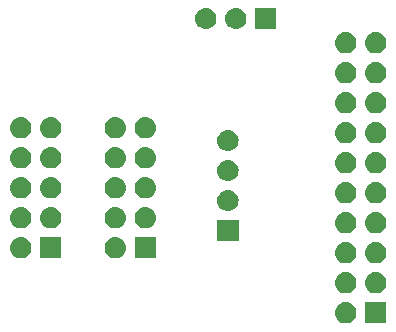
<source format=gbr>
G04 #@! TF.GenerationSoftware,KiCad,Pcbnew,(5.1.4)-1*
G04 #@! TF.CreationDate,2020-02-29T23:53:28+08:00*
G04 #@! TF.ProjectId,adapter_20p,61646170-7465-4725-9f32-30702e6b6963,rev?*
G04 #@! TF.SameCoordinates,Original*
G04 #@! TF.FileFunction,Soldermask,Bot*
G04 #@! TF.FilePolarity,Negative*
%FSLAX46Y46*%
G04 Gerber Fmt 4.6, Leading zero omitted, Abs format (unit mm)*
G04 Created by KiCad (PCBNEW (5.1.4)-1) date 2020-02-29 23:53:28*
%MOMM*%
%LPD*%
G04 APERTURE LIST*
%ADD10C,0.100000*%
G04 APERTURE END LIST*
D10*
G36*
X162414600Y-79414600D02*
G01*
X160585400Y-79414600D01*
X160585400Y-77585400D01*
X162414600Y-77585400D01*
X162414600Y-79414600D01*
X162414600Y-79414600D01*
G37*
G36*
X159139294Y-77598633D02*
G01*
X159311695Y-77650931D01*
X159470583Y-77735858D01*
X159609849Y-77850151D01*
X159724142Y-77989417D01*
X159809069Y-78148305D01*
X159861367Y-78320706D01*
X159879025Y-78500000D01*
X159861367Y-78679294D01*
X159809069Y-78851695D01*
X159724142Y-79010583D01*
X159609849Y-79149849D01*
X159470583Y-79264142D01*
X159311695Y-79349069D01*
X159139294Y-79401367D01*
X159004931Y-79414600D01*
X158915069Y-79414600D01*
X158780706Y-79401367D01*
X158608305Y-79349069D01*
X158449417Y-79264142D01*
X158310151Y-79149849D01*
X158195858Y-79010583D01*
X158110931Y-78851695D01*
X158058633Y-78679294D01*
X158040975Y-78500000D01*
X158058633Y-78320706D01*
X158110931Y-78148305D01*
X158195858Y-77989417D01*
X158310151Y-77850151D01*
X158449417Y-77735858D01*
X158608305Y-77650931D01*
X158780706Y-77598633D01*
X158915069Y-77585400D01*
X159004931Y-77585400D01*
X159139294Y-77598633D01*
X159139294Y-77598633D01*
G37*
G36*
X159139294Y-75058633D02*
G01*
X159311695Y-75110931D01*
X159470583Y-75195858D01*
X159609849Y-75310151D01*
X159724142Y-75449417D01*
X159809069Y-75608305D01*
X159861367Y-75780706D01*
X159879025Y-75960000D01*
X159861367Y-76139294D01*
X159809069Y-76311695D01*
X159724142Y-76470583D01*
X159609849Y-76609849D01*
X159470583Y-76724142D01*
X159311695Y-76809069D01*
X159139294Y-76861367D01*
X159004931Y-76874600D01*
X158915069Y-76874600D01*
X158780706Y-76861367D01*
X158608305Y-76809069D01*
X158449417Y-76724142D01*
X158310151Y-76609849D01*
X158195858Y-76470583D01*
X158110931Y-76311695D01*
X158058633Y-76139294D01*
X158040975Y-75960000D01*
X158058633Y-75780706D01*
X158110931Y-75608305D01*
X158195858Y-75449417D01*
X158310151Y-75310151D01*
X158449417Y-75195858D01*
X158608305Y-75110931D01*
X158780706Y-75058633D01*
X158915069Y-75045400D01*
X159004931Y-75045400D01*
X159139294Y-75058633D01*
X159139294Y-75058633D01*
G37*
G36*
X161679294Y-75058633D02*
G01*
X161851695Y-75110931D01*
X162010583Y-75195858D01*
X162149849Y-75310151D01*
X162264142Y-75449417D01*
X162349069Y-75608305D01*
X162401367Y-75780706D01*
X162419025Y-75960000D01*
X162401367Y-76139294D01*
X162349069Y-76311695D01*
X162264142Y-76470583D01*
X162149849Y-76609849D01*
X162010583Y-76724142D01*
X161851695Y-76809069D01*
X161679294Y-76861367D01*
X161544931Y-76874600D01*
X161455069Y-76874600D01*
X161320706Y-76861367D01*
X161148305Y-76809069D01*
X160989417Y-76724142D01*
X160850151Y-76609849D01*
X160735858Y-76470583D01*
X160650931Y-76311695D01*
X160598633Y-76139294D01*
X160580975Y-75960000D01*
X160598633Y-75780706D01*
X160650931Y-75608305D01*
X160735858Y-75449417D01*
X160850151Y-75310151D01*
X160989417Y-75195858D01*
X161148305Y-75110931D01*
X161320706Y-75058633D01*
X161455069Y-75045400D01*
X161544931Y-75045400D01*
X161679294Y-75058633D01*
X161679294Y-75058633D01*
G37*
G36*
X161679294Y-72518633D02*
G01*
X161851695Y-72570931D01*
X162010583Y-72655858D01*
X162149849Y-72770151D01*
X162264142Y-72909417D01*
X162349069Y-73068305D01*
X162401367Y-73240706D01*
X162419025Y-73420000D01*
X162401367Y-73599294D01*
X162349069Y-73771695D01*
X162264142Y-73930583D01*
X162149849Y-74069849D01*
X162010583Y-74184142D01*
X161851695Y-74269069D01*
X161679294Y-74321367D01*
X161544931Y-74334600D01*
X161455069Y-74334600D01*
X161320706Y-74321367D01*
X161148305Y-74269069D01*
X160989417Y-74184142D01*
X160850151Y-74069849D01*
X160735858Y-73930583D01*
X160650931Y-73771695D01*
X160598633Y-73599294D01*
X160580975Y-73420000D01*
X160598633Y-73240706D01*
X160650931Y-73068305D01*
X160735858Y-72909417D01*
X160850151Y-72770151D01*
X160989417Y-72655858D01*
X161148305Y-72570931D01*
X161320706Y-72518633D01*
X161455069Y-72505400D01*
X161544931Y-72505400D01*
X161679294Y-72518633D01*
X161679294Y-72518633D01*
G37*
G36*
X159139294Y-72518633D02*
G01*
X159311695Y-72570931D01*
X159470583Y-72655858D01*
X159609849Y-72770151D01*
X159724142Y-72909417D01*
X159809069Y-73068305D01*
X159861367Y-73240706D01*
X159879025Y-73420000D01*
X159861367Y-73599294D01*
X159809069Y-73771695D01*
X159724142Y-73930583D01*
X159609849Y-74069849D01*
X159470583Y-74184142D01*
X159311695Y-74269069D01*
X159139294Y-74321367D01*
X159004931Y-74334600D01*
X158915069Y-74334600D01*
X158780706Y-74321367D01*
X158608305Y-74269069D01*
X158449417Y-74184142D01*
X158310151Y-74069849D01*
X158195858Y-73930583D01*
X158110931Y-73771695D01*
X158058633Y-73599294D01*
X158040975Y-73420000D01*
X158058633Y-73240706D01*
X158110931Y-73068305D01*
X158195858Y-72909417D01*
X158310151Y-72770151D01*
X158449417Y-72655858D01*
X158608305Y-72570931D01*
X158780706Y-72518633D01*
X158915069Y-72505400D01*
X159004931Y-72505400D01*
X159139294Y-72518633D01*
X159139294Y-72518633D01*
G37*
G36*
X142901000Y-73901000D02*
G01*
X141099000Y-73901000D01*
X141099000Y-72099000D01*
X142901000Y-72099000D01*
X142901000Y-73901000D01*
X142901000Y-73901000D01*
G37*
G36*
X139570442Y-72105518D02*
G01*
X139636627Y-72112037D01*
X139806466Y-72163557D01*
X139962991Y-72247222D01*
X139998729Y-72276552D01*
X140100186Y-72359814D01*
X140183448Y-72461271D01*
X140212778Y-72497009D01*
X140296443Y-72653534D01*
X140347963Y-72823373D01*
X140365359Y-73000000D01*
X140347963Y-73176627D01*
X140296443Y-73346466D01*
X140212778Y-73502991D01*
X140183448Y-73538729D01*
X140100186Y-73640186D01*
X139998729Y-73723448D01*
X139962991Y-73752778D01*
X139806466Y-73836443D01*
X139636627Y-73887963D01*
X139570443Y-73894481D01*
X139504260Y-73901000D01*
X139415740Y-73901000D01*
X139349557Y-73894481D01*
X139283373Y-73887963D01*
X139113534Y-73836443D01*
X138957009Y-73752778D01*
X138921271Y-73723448D01*
X138819814Y-73640186D01*
X138736552Y-73538729D01*
X138707222Y-73502991D01*
X138623557Y-73346466D01*
X138572037Y-73176627D01*
X138554641Y-73000000D01*
X138572037Y-72823373D01*
X138623557Y-72653534D01*
X138707222Y-72497009D01*
X138736552Y-72461271D01*
X138819814Y-72359814D01*
X138921271Y-72276552D01*
X138957009Y-72247222D01*
X139113534Y-72163557D01*
X139283373Y-72112037D01*
X139349558Y-72105518D01*
X139415740Y-72099000D01*
X139504260Y-72099000D01*
X139570442Y-72105518D01*
X139570442Y-72105518D01*
G37*
G36*
X134901000Y-73901000D02*
G01*
X133099000Y-73901000D01*
X133099000Y-72099000D01*
X134901000Y-72099000D01*
X134901000Y-73901000D01*
X134901000Y-73901000D01*
G37*
G36*
X131570442Y-72105518D02*
G01*
X131636627Y-72112037D01*
X131806466Y-72163557D01*
X131962991Y-72247222D01*
X131998729Y-72276552D01*
X132100186Y-72359814D01*
X132183448Y-72461271D01*
X132212778Y-72497009D01*
X132296443Y-72653534D01*
X132347963Y-72823373D01*
X132365359Y-73000000D01*
X132347963Y-73176627D01*
X132296443Y-73346466D01*
X132212778Y-73502991D01*
X132183448Y-73538729D01*
X132100186Y-73640186D01*
X131998729Y-73723448D01*
X131962991Y-73752778D01*
X131806466Y-73836443D01*
X131636627Y-73887963D01*
X131570443Y-73894481D01*
X131504260Y-73901000D01*
X131415740Y-73901000D01*
X131349557Y-73894481D01*
X131283373Y-73887963D01*
X131113534Y-73836443D01*
X130957009Y-73752778D01*
X130921271Y-73723448D01*
X130819814Y-73640186D01*
X130736552Y-73538729D01*
X130707222Y-73502991D01*
X130623557Y-73346466D01*
X130572037Y-73176627D01*
X130554641Y-73000000D01*
X130572037Y-72823373D01*
X130623557Y-72653534D01*
X130707222Y-72497009D01*
X130736552Y-72461271D01*
X130819814Y-72359814D01*
X130921271Y-72276552D01*
X130957009Y-72247222D01*
X131113534Y-72163557D01*
X131283373Y-72112037D01*
X131349558Y-72105518D01*
X131415740Y-72099000D01*
X131504260Y-72099000D01*
X131570442Y-72105518D01*
X131570442Y-72105518D01*
G37*
G36*
X149901000Y-72441000D02*
G01*
X148099000Y-72441000D01*
X148099000Y-70639000D01*
X149901000Y-70639000D01*
X149901000Y-72441000D01*
X149901000Y-72441000D01*
G37*
G36*
X159139294Y-69978633D02*
G01*
X159311695Y-70030931D01*
X159470583Y-70115858D01*
X159609849Y-70230151D01*
X159724142Y-70369417D01*
X159809069Y-70528305D01*
X159861367Y-70700706D01*
X159879025Y-70880000D01*
X159861367Y-71059294D01*
X159809069Y-71231695D01*
X159724142Y-71390583D01*
X159609849Y-71529849D01*
X159470583Y-71644142D01*
X159311695Y-71729069D01*
X159139294Y-71781367D01*
X159004931Y-71794600D01*
X158915069Y-71794600D01*
X158780706Y-71781367D01*
X158608305Y-71729069D01*
X158449417Y-71644142D01*
X158310151Y-71529849D01*
X158195858Y-71390583D01*
X158110931Y-71231695D01*
X158058633Y-71059294D01*
X158040975Y-70880000D01*
X158058633Y-70700706D01*
X158110931Y-70528305D01*
X158195858Y-70369417D01*
X158310151Y-70230151D01*
X158449417Y-70115858D01*
X158608305Y-70030931D01*
X158780706Y-69978633D01*
X158915069Y-69965400D01*
X159004931Y-69965400D01*
X159139294Y-69978633D01*
X159139294Y-69978633D01*
G37*
G36*
X161679294Y-69978633D02*
G01*
X161851695Y-70030931D01*
X162010583Y-70115858D01*
X162149849Y-70230151D01*
X162264142Y-70369417D01*
X162349069Y-70528305D01*
X162401367Y-70700706D01*
X162419025Y-70880000D01*
X162401367Y-71059294D01*
X162349069Y-71231695D01*
X162264142Y-71390583D01*
X162149849Y-71529849D01*
X162010583Y-71644142D01*
X161851695Y-71729069D01*
X161679294Y-71781367D01*
X161544931Y-71794600D01*
X161455069Y-71794600D01*
X161320706Y-71781367D01*
X161148305Y-71729069D01*
X160989417Y-71644142D01*
X160850151Y-71529849D01*
X160735858Y-71390583D01*
X160650931Y-71231695D01*
X160598633Y-71059294D01*
X160580975Y-70880000D01*
X160598633Y-70700706D01*
X160650931Y-70528305D01*
X160735858Y-70369417D01*
X160850151Y-70230151D01*
X160989417Y-70115858D01*
X161148305Y-70030931D01*
X161320706Y-69978633D01*
X161455069Y-69965400D01*
X161544931Y-69965400D01*
X161679294Y-69978633D01*
X161679294Y-69978633D01*
G37*
G36*
X142110443Y-69565519D02*
G01*
X142176627Y-69572037D01*
X142346466Y-69623557D01*
X142346468Y-69623558D01*
X142424729Y-69665390D01*
X142502991Y-69707222D01*
X142538729Y-69736552D01*
X142640186Y-69819814D01*
X142723448Y-69921271D01*
X142752778Y-69957009D01*
X142836443Y-70113534D01*
X142887963Y-70283373D01*
X142905359Y-70460000D01*
X142887963Y-70636627D01*
X142836443Y-70806466D01*
X142752778Y-70962991D01*
X142723448Y-70998729D01*
X142640186Y-71100186D01*
X142538729Y-71183448D01*
X142502991Y-71212778D01*
X142346466Y-71296443D01*
X142176627Y-71347963D01*
X142110443Y-71354481D01*
X142044260Y-71361000D01*
X141955740Y-71361000D01*
X141889557Y-71354481D01*
X141823373Y-71347963D01*
X141653534Y-71296443D01*
X141497009Y-71212778D01*
X141461271Y-71183448D01*
X141359814Y-71100186D01*
X141276552Y-70998729D01*
X141247222Y-70962991D01*
X141163557Y-70806466D01*
X141112037Y-70636627D01*
X141094641Y-70460000D01*
X141112037Y-70283373D01*
X141163557Y-70113534D01*
X141247222Y-69957009D01*
X141276552Y-69921271D01*
X141359814Y-69819814D01*
X141461271Y-69736552D01*
X141497009Y-69707222D01*
X141575271Y-69665390D01*
X141653532Y-69623558D01*
X141653534Y-69623557D01*
X141823373Y-69572037D01*
X141889557Y-69565519D01*
X141955740Y-69559000D01*
X142044260Y-69559000D01*
X142110443Y-69565519D01*
X142110443Y-69565519D01*
G37*
G36*
X139570443Y-69565519D02*
G01*
X139636627Y-69572037D01*
X139806466Y-69623557D01*
X139806468Y-69623558D01*
X139884729Y-69665390D01*
X139962991Y-69707222D01*
X139998729Y-69736552D01*
X140100186Y-69819814D01*
X140183448Y-69921271D01*
X140212778Y-69957009D01*
X140296443Y-70113534D01*
X140347963Y-70283373D01*
X140365359Y-70460000D01*
X140347963Y-70636627D01*
X140296443Y-70806466D01*
X140212778Y-70962991D01*
X140183448Y-70998729D01*
X140100186Y-71100186D01*
X139998729Y-71183448D01*
X139962991Y-71212778D01*
X139806466Y-71296443D01*
X139636627Y-71347963D01*
X139570443Y-71354481D01*
X139504260Y-71361000D01*
X139415740Y-71361000D01*
X139349557Y-71354481D01*
X139283373Y-71347963D01*
X139113534Y-71296443D01*
X138957009Y-71212778D01*
X138921271Y-71183448D01*
X138819814Y-71100186D01*
X138736552Y-70998729D01*
X138707222Y-70962991D01*
X138623557Y-70806466D01*
X138572037Y-70636627D01*
X138554641Y-70460000D01*
X138572037Y-70283373D01*
X138623557Y-70113534D01*
X138707222Y-69957009D01*
X138736552Y-69921271D01*
X138819814Y-69819814D01*
X138921271Y-69736552D01*
X138957009Y-69707222D01*
X139035271Y-69665390D01*
X139113532Y-69623558D01*
X139113534Y-69623557D01*
X139283373Y-69572037D01*
X139349557Y-69565519D01*
X139415740Y-69559000D01*
X139504260Y-69559000D01*
X139570443Y-69565519D01*
X139570443Y-69565519D01*
G37*
G36*
X134110443Y-69565519D02*
G01*
X134176627Y-69572037D01*
X134346466Y-69623557D01*
X134346468Y-69623558D01*
X134424729Y-69665390D01*
X134502991Y-69707222D01*
X134538729Y-69736552D01*
X134640186Y-69819814D01*
X134723448Y-69921271D01*
X134752778Y-69957009D01*
X134836443Y-70113534D01*
X134887963Y-70283373D01*
X134905359Y-70460000D01*
X134887963Y-70636627D01*
X134836443Y-70806466D01*
X134752778Y-70962991D01*
X134723448Y-70998729D01*
X134640186Y-71100186D01*
X134538729Y-71183448D01*
X134502991Y-71212778D01*
X134346466Y-71296443D01*
X134176627Y-71347963D01*
X134110443Y-71354481D01*
X134044260Y-71361000D01*
X133955740Y-71361000D01*
X133889557Y-71354481D01*
X133823373Y-71347963D01*
X133653534Y-71296443D01*
X133497009Y-71212778D01*
X133461271Y-71183448D01*
X133359814Y-71100186D01*
X133276552Y-70998729D01*
X133247222Y-70962991D01*
X133163557Y-70806466D01*
X133112037Y-70636627D01*
X133094641Y-70460000D01*
X133112037Y-70283373D01*
X133163557Y-70113534D01*
X133247222Y-69957009D01*
X133276552Y-69921271D01*
X133359814Y-69819814D01*
X133461271Y-69736552D01*
X133497009Y-69707222D01*
X133575271Y-69665390D01*
X133653532Y-69623558D01*
X133653534Y-69623557D01*
X133823373Y-69572037D01*
X133889557Y-69565519D01*
X133955740Y-69559000D01*
X134044260Y-69559000D01*
X134110443Y-69565519D01*
X134110443Y-69565519D01*
G37*
G36*
X131570443Y-69565519D02*
G01*
X131636627Y-69572037D01*
X131806466Y-69623557D01*
X131806468Y-69623558D01*
X131884729Y-69665390D01*
X131962991Y-69707222D01*
X131998729Y-69736552D01*
X132100186Y-69819814D01*
X132183448Y-69921271D01*
X132212778Y-69957009D01*
X132296443Y-70113534D01*
X132347963Y-70283373D01*
X132365359Y-70460000D01*
X132347963Y-70636627D01*
X132296443Y-70806466D01*
X132212778Y-70962991D01*
X132183448Y-70998729D01*
X132100186Y-71100186D01*
X131998729Y-71183448D01*
X131962991Y-71212778D01*
X131806466Y-71296443D01*
X131636627Y-71347963D01*
X131570443Y-71354481D01*
X131504260Y-71361000D01*
X131415740Y-71361000D01*
X131349557Y-71354481D01*
X131283373Y-71347963D01*
X131113534Y-71296443D01*
X130957009Y-71212778D01*
X130921271Y-71183448D01*
X130819814Y-71100186D01*
X130736552Y-70998729D01*
X130707222Y-70962991D01*
X130623557Y-70806466D01*
X130572037Y-70636627D01*
X130554641Y-70460000D01*
X130572037Y-70283373D01*
X130623557Y-70113534D01*
X130707222Y-69957009D01*
X130736552Y-69921271D01*
X130819814Y-69819814D01*
X130921271Y-69736552D01*
X130957009Y-69707222D01*
X131035271Y-69665390D01*
X131113532Y-69623558D01*
X131113534Y-69623557D01*
X131283373Y-69572037D01*
X131349557Y-69565519D01*
X131415740Y-69559000D01*
X131504260Y-69559000D01*
X131570443Y-69565519D01*
X131570443Y-69565519D01*
G37*
G36*
X149110443Y-68105519D02*
G01*
X149176627Y-68112037D01*
X149346466Y-68163557D01*
X149502991Y-68247222D01*
X149526442Y-68266468D01*
X149640186Y-68359814D01*
X149692033Y-68422991D01*
X149752778Y-68497009D01*
X149836443Y-68653534D01*
X149887963Y-68823373D01*
X149905359Y-69000000D01*
X149887963Y-69176627D01*
X149836443Y-69346466D01*
X149752778Y-69502991D01*
X149723448Y-69538729D01*
X149640186Y-69640186D01*
X149558502Y-69707221D01*
X149502991Y-69752778D01*
X149502989Y-69752779D01*
X149377577Y-69819814D01*
X149346466Y-69836443D01*
X149176627Y-69887963D01*
X149110443Y-69894481D01*
X149044260Y-69901000D01*
X148955740Y-69901000D01*
X148889557Y-69894481D01*
X148823373Y-69887963D01*
X148653534Y-69836443D01*
X148622424Y-69819814D01*
X148497011Y-69752779D01*
X148497009Y-69752778D01*
X148441498Y-69707221D01*
X148359814Y-69640186D01*
X148276552Y-69538729D01*
X148247222Y-69502991D01*
X148163557Y-69346466D01*
X148112037Y-69176627D01*
X148094641Y-69000000D01*
X148112037Y-68823373D01*
X148163557Y-68653534D01*
X148247222Y-68497009D01*
X148307967Y-68422991D01*
X148359814Y-68359814D01*
X148473558Y-68266468D01*
X148497009Y-68247222D01*
X148653534Y-68163557D01*
X148823373Y-68112037D01*
X148889557Y-68105519D01*
X148955740Y-68099000D01*
X149044260Y-68099000D01*
X149110443Y-68105519D01*
X149110443Y-68105519D01*
G37*
G36*
X161679294Y-67438633D02*
G01*
X161851695Y-67490931D01*
X162010583Y-67575858D01*
X162149849Y-67690151D01*
X162264142Y-67829417D01*
X162349069Y-67988305D01*
X162401367Y-68160706D01*
X162419025Y-68340000D01*
X162401367Y-68519294D01*
X162349069Y-68691695D01*
X162264142Y-68850583D01*
X162149849Y-68989849D01*
X162010583Y-69104142D01*
X161851695Y-69189069D01*
X161679294Y-69241367D01*
X161544931Y-69254600D01*
X161455069Y-69254600D01*
X161320706Y-69241367D01*
X161148305Y-69189069D01*
X160989417Y-69104142D01*
X160850151Y-68989849D01*
X160735858Y-68850583D01*
X160650931Y-68691695D01*
X160598633Y-68519294D01*
X160580975Y-68340000D01*
X160598633Y-68160706D01*
X160650931Y-67988305D01*
X160735858Y-67829417D01*
X160850151Y-67690151D01*
X160989417Y-67575858D01*
X161148305Y-67490931D01*
X161320706Y-67438633D01*
X161455069Y-67425400D01*
X161544931Y-67425400D01*
X161679294Y-67438633D01*
X161679294Y-67438633D01*
G37*
G36*
X159139294Y-67438633D02*
G01*
X159311695Y-67490931D01*
X159470583Y-67575858D01*
X159609849Y-67690151D01*
X159724142Y-67829417D01*
X159809069Y-67988305D01*
X159861367Y-68160706D01*
X159879025Y-68340000D01*
X159861367Y-68519294D01*
X159809069Y-68691695D01*
X159724142Y-68850583D01*
X159609849Y-68989849D01*
X159470583Y-69104142D01*
X159311695Y-69189069D01*
X159139294Y-69241367D01*
X159004931Y-69254600D01*
X158915069Y-69254600D01*
X158780706Y-69241367D01*
X158608305Y-69189069D01*
X158449417Y-69104142D01*
X158310151Y-68989849D01*
X158195858Y-68850583D01*
X158110931Y-68691695D01*
X158058633Y-68519294D01*
X158040975Y-68340000D01*
X158058633Y-68160706D01*
X158110931Y-67988305D01*
X158195858Y-67829417D01*
X158310151Y-67690151D01*
X158449417Y-67575858D01*
X158608305Y-67490931D01*
X158780706Y-67438633D01*
X158915069Y-67425400D01*
X159004931Y-67425400D01*
X159139294Y-67438633D01*
X159139294Y-67438633D01*
G37*
G36*
X139570443Y-67025519D02*
G01*
X139636627Y-67032037D01*
X139806466Y-67083557D01*
X139806468Y-67083558D01*
X139884728Y-67125389D01*
X139962991Y-67167222D01*
X139998729Y-67196552D01*
X140100186Y-67279814D01*
X140183448Y-67381271D01*
X140212778Y-67417009D01*
X140296443Y-67573534D01*
X140347963Y-67743373D01*
X140365359Y-67920000D01*
X140347963Y-68096627D01*
X140296443Y-68266466D01*
X140212778Y-68422991D01*
X140183448Y-68458729D01*
X140100186Y-68560186D01*
X139998729Y-68643448D01*
X139962991Y-68672778D01*
X139806466Y-68756443D01*
X139636627Y-68807963D01*
X139570442Y-68814482D01*
X139504260Y-68821000D01*
X139415740Y-68821000D01*
X139349558Y-68814482D01*
X139283373Y-68807963D01*
X139113534Y-68756443D01*
X138957009Y-68672778D01*
X138921271Y-68643448D01*
X138819814Y-68560186D01*
X138736552Y-68458729D01*
X138707222Y-68422991D01*
X138623557Y-68266466D01*
X138572037Y-68096627D01*
X138554641Y-67920000D01*
X138572037Y-67743373D01*
X138623557Y-67573534D01*
X138707222Y-67417009D01*
X138736552Y-67381271D01*
X138819814Y-67279814D01*
X138921271Y-67196552D01*
X138957009Y-67167222D01*
X139035272Y-67125389D01*
X139113532Y-67083558D01*
X139113534Y-67083557D01*
X139283373Y-67032037D01*
X139349557Y-67025519D01*
X139415740Y-67019000D01*
X139504260Y-67019000D01*
X139570443Y-67025519D01*
X139570443Y-67025519D01*
G37*
G36*
X131570443Y-67025519D02*
G01*
X131636627Y-67032037D01*
X131806466Y-67083557D01*
X131806468Y-67083558D01*
X131884728Y-67125389D01*
X131962991Y-67167222D01*
X131998729Y-67196552D01*
X132100186Y-67279814D01*
X132183448Y-67381271D01*
X132212778Y-67417009D01*
X132296443Y-67573534D01*
X132347963Y-67743373D01*
X132365359Y-67920000D01*
X132347963Y-68096627D01*
X132296443Y-68266466D01*
X132212778Y-68422991D01*
X132183448Y-68458729D01*
X132100186Y-68560186D01*
X131998729Y-68643448D01*
X131962991Y-68672778D01*
X131806466Y-68756443D01*
X131636627Y-68807963D01*
X131570442Y-68814482D01*
X131504260Y-68821000D01*
X131415740Y-68821000D01*
X131349558Y-68814482D01*
X131283373Y-68807963D01*
X131113534Y-68756443D01*
X130957009Y-68672778D01*
X130921271Y-68643448D01*
X130819814Y-68560186D01*
X130736552Y-68458729D01*
X130707222Y-68422991D01*
X130623557Y-68266466D01*
X130572037Y-68096627D01*
X130554641Y-67920000D01*
X130572037Y-67743373D01*
X130623557Y-67573534D01*
X130707222Y-67417009D01*
X130736552Y-67381271D01*
X130819814Y-67279814D01*
X130921271Y-67196552D01*
X130957009Y-67167222D01*
X131035272Y-67125389D01*
X131113532Y-67083558D01*
X131113534Y-67083557D01*
X131283373Y-67032037D01*
X131349557Y-67025519D01*
X131415740Y-67019000D01*
X131504260Y-67019000D01*
X131570443Y-67025519D01*
X131570443Y-67025519D01*
G37*
G36*
X142110443Y-67025519D02*
G01*
X142176627Y-67032037D01*
X142346466Y-67083557D01*
X142346468Y-67083558D01*
X142424728Y-67125389D01*
X142502991Y-67167222D01*
X142538729Y-67196552D01*
X142640186Y-67279814D01*
X142723448Y-67381271D01*
X142752778Y-67417009D01*
X142836443Y-67573534D01*
X142887963Y-67743373D01*
X142905359Y-67920000D01*
X142887963Y-68096627D01*
X142836443Y-68266466D01*
X142752778Y-68422991D01*
X142723448Y-68458729D01*
X142640186Y-68560186D01*
X142538729Y-68643448D01*
X142502991Y-68672778D01*
X142346466Y-68756443D01*
X142176627Y-68807963D01*
X142110442Y-68814482D01*
X142044260Y-68821000D01*
X141955740Y-68821000D01*
X141889558Y-68814482D01*
X141823373Y-68807963D01*
X141653534Y-68756443D01*
X141497009Y-68672778D01*
X141461271Y-68643448D01*
X141359814Y-68560186D01*
X141276552Y-68458729D01*
X141247222Y-68422991D01*
X141163557Y-68266466D01*
X141112037Y-68096627D01*
X141094641Y-67920000D01*
X141112037Y-67743373D01*
X141163557Y-67573534D01*
X141247222Y-67417009D01*
X141276552Y-67381271D01*
X141359814Y-67279814D01*
X141461271Y-67196552D01*
X141497009Y-67167222D01*
X141575272Y-67125389D01*
X141653532Y-67083558D01*
X141653534Y-67083557D01*
X141823373Y-67032037D01*
X141889557Y-67025519D01*
X141955740Y-67019000D01*
X142044260Y-67019000D01*
X142110443Y-67025519D01*
X142110443Y-67025519D01*
G37*
G36*
X134110443Y-67025519D02*
G01*
X134176627Y-67032037D01*
X134346466Y-67083557D01*
X134346468Y-67083558D01*
X134424728Y-67125389D01*
X134502991Y-67167222D01*
X134538729Y-67196552D01*
X134640186Y-67279814D01*
X134723448Y-67381271D01*
X134752778Y-67417009D01*
X134836443Y-67573534D01*
X134887963Y-67743373D01*
X134905359Y-67920000D01*
X134887963Y-68096627D01*
X134836443Y-68266466D01*
X134752778Y-68422991D01*
X134723448Y-68458729D01*
X134640186Y-68560186D01*
X134538729Y-68643448D01*
X134502991Y-68672778D01*
X134346466Y-68756443D01*
X134176627Y-68807963D01*
X134110442Y-68814482D01*
X134044260Y-68821000D01*
X133955740Y-68821000D01*
X133889558Y-68814482D01*
X133823373Y-68807963D01*
X133653534Y-68756443D01*
X133497009Y-68672778D01*
X133461271Y-68643448D01*
X133359814Y-68560186D01*
X133276552Y-68458729D01*
X133247222Y-68422991D01*
X133163557Y-68266466D01*
X133112037Y-68096627D01*
X133094641Y-67920000D01*
X133112037Y-67743373D01*
X133163557Y-67573534D01*
X133247222Y-67417009D01*
X133276552Y-67381271D01*
X133359814Y-67279814D01*
X133461271Y-67196552D01*
X133497009Y-67167222D01*
X133575272Y-67125389D01*
X133653532Y-67083558D01*
X133653534Y-67083557D01*
X133823373Y-67032037D01*
X133889557Y-67025519D01*
X133955740Y-67019000D01*
X134044260Y-67019000D01*
X134110443Y-67025519D01*
X134110443Y-67025519D01*
G37*
G36*
X149110443Y-65565519D02*
G01*
X149176627Y-65572037D01*
X149346466Y-65623557D01*
X149502991Y-65707222D01*
X149526442Y-65726468D01*
X149640186Y-65819814D01*
X149692033Y-65882991D01*
X149752778Y-65957009D01*
X149836443Y-66113534D01*
X149887963Y-66283373D01*
X149905359Y-66460000D01*
X149887963Y-66636627D01*
X149836443Y-66806466D01*
X149752778Y-66962991D01*
X149723448Y-66998729D01*
X149640186Y-67100186D01*
X149558502Y-67167221D01*
X149502991Y-67212778D01*
X149502989Y-67212779D01*
X149377577Y-67279814D01*
X149346466Y-67296443D01*
X149176627Y-67347963D01*
X149110442Y-67354482D01*
X149044260Y-67361000D01*
X148955740Y-67361000D01*
X148889558Y-67354482D01*
X148823373Y-67347963D01*
X148653534Y-67296443D01*
X148622424Y-67279814D01*
X148497011Y-67212779D01*
X148497009Y-67212778D01*
X148441498Y-67167221D01*
X148359814Y-67100186D01*
X148276552Y-66998729D01*
X148247222Y-66962991D01*
X148163557Y-66806466D01*
X148112037Y-66636627D01*
X148094641Y-66460000D01*
X148112037Y-66283373D01*
X148163557Y-66113534D01*
X148247222Y-65957009D01*
X148307967Y-65882991D01*
X148359814Y-65819814D01*
X148473558Y-65726468D01*
X148497009Y-65707222D01*
X148653534Y-65623557D01*
X148823373Y-65572037D01*
X148889557Y-65565519D01*
X148955740Y-65559000D01*
X149044260Y-65559000D01*
X149110443Y-65565519D01*
X149110443Y-65565519D01*
G37*
G36*
X159139294Y-64898633D02*
G01*
X159311695Y-64950931D01*
X159470583Y-65035858D01*
X159609849Y-65150151D01*
X159724142Y-65289417D01*
X159809069Y-65448305D01*
X159861367Y-65620706D01*
X159879025Y-65800000D01*
X159861367Y-65979294D01*
X159809069Y-66151695D01*
X159724142Y-66310583D01*
X159609849Y-66449849D01*
X159470583Y-66564142D01*
X159311695Y-66649069D01*
X159139294Y-66701367D01*
X159004931Y-66714600D01*
X158915069Y-66714600D01*
X158780706Y-66701367D01*
X158608305Y-66649069D01*
X158449417Y-66564142D01*
X158310151Y-66449849D01*
X158195858Y-66310583D01*
X158110931Y-66151695D01*
X158058633Y-65979294D01*
X158040975Y-65800000D01*
X158058633Y-65620706D01*
X158110931Y-65448305D01*
X158195858Y-65289417D01*
X158310151Y-65150151D01*
X158449417Y-65035858D01*
X158608305Y-64950931D01*
X158780706Y-64898633D01*
X158915069Y-64885400D01*
X159004931Y-64885400D01*
X159139294Y-64898633D01*
X159139294Y-64898633D01*
G37*
G36*
X161679294Y-64898633D02*
G01*
X161851695Y-64950931D01*
X162010583Y-65035858D01*
X162149849Y-65150151D01*
X162264142Y-65289417D01*
X162349069Y-65448305D01*
X162401367Y-65620706D01*
X162419025Y-65800000D01*
X162401367Y-65979294D01*
X162349069Y-66151695D01*
X162264142Y-66310583D01*
X162149849Y-66449849D01*
X162010583Y-66564142D01*
X161851695Y-66649069D01*
X161679294Y-66701367D01*
X161544931Y-66714600D01*
X161455069Y-66714600D01*
X161320706Y-66701367D01*
X161148305Y-66649069D01*
X160989417Y-66564142D01*
X160850151Y-66449849D01*
X160735858Y-66310583D01*
X160650931Y-66151695D01*
X160598633Y-65979294D01*
X160580975Y-65800000D01*
X160598633Y-65620706D01*
X160650931Y-65448305D01*
X160735858Y-65289417D01*
X160850151Y-65150151D01*
X160989417Y-65035858D01*
X161148305Y-64950931D01*
X161320706Y-64898633D01*
X161455069Y-64885400D01*
X161544931Y-64885400D01*
X161679294Y-64898633D01*
X161679294Y-64898633D01*
G37*
G36*
X134110442Y-64485518D02*
G01*
X134176627Y-64492037D01*
X134346466Y-64543557D01*
X134346468Y-64543558D01*
X134424729Y-64585390D01*
X134502991Y-64627222D01*
X134538729Y-64656552D01*
X134640186Y-64739814D01*
X134723448Y-64841271D01*
X134752778Y-64877009D01*
X134836443Y-65033534D01*
X134887963Y-65203373D01*
X134905359Y-65380000D01*
X134887963Y-65556627D01*
X134836443Y-65726466D01*
X134752778Y-65882991D01*
X134723448Y-65918729D01*
X134640186Y-66020186D01*
X134538729Y-66103448D01*
X134502991Y-66132778D01*
X134346466Y-66216443D01*
X134176627Y-66267963D01*
X134110443Y-66274481D01*
X134044260Y-66281000D01*
X133955740Y-66281000D01*
X133889557Y-66274481D01*
X133823373Y-66267963D01*
X133653534Y-66216443D01*
X133497009Y-66132778D01*
X133461271Y-66103448D01*
X133359814Y-66020186D01*
X133276552Y-65918729D01*
X133247222Y-65882991D01*
X133163557Y-65726466D01*
X133112037Y-65556627D01*
X133094641Y-65380000D01*
X133112037Y-65203373D01*
X133163557Y-65033534D01*
X133247222Y-64877009D01*
X133276552Y-64841271D01*
X133359814Y-64739814D01*
X133461271Y-64656552D01*
X133497009Y-64627222D01*
X133575272Y-64585389D01*
X133653532Y-64543558D01*
X133653534Y-64543557D01*
X133823373Y-64492037D01*
X133889558Y-64485518D01*
X133955740Y-64479000D01*
X134044260Y-64479000D01*
X134110442Y-64485518D01*
X134110442Y-64485518D01*
G37*
G36*
X131570442Y-64485518D02*
G01*
X131636627Y-64492037D01*
X131806466Y-64543557D01*
X131806468Y-64543558D01*
X131884729Y-64585390D01*
X131962991Y-64627222D01*
X131998729Y-64656552D01*
X132100186Y-64739814D01*
X132183448Y-64841271D01*
X132212778Y-64877009D01*
X132296443Y-65033534D01*
X132347963Y-65203373D01*
X132365359Y-65380000D01*
X132347963Y-65556627D01*
X132296443Y-65726466D01*
X132212778Y-65882991D01*
X132183448Y-65918729D01*
X132100186Y-66020186D01*
X131998729Y-66103448D01*
X131962991Y-66132778D01*
X131806466Y-66216443D01*
X131636627Y-66267963D01*
X131570443Y-66274481D01*
X131504260Y-66281000D01*
X131415740Y-66281000D01*
X131349557Y-66274481D01*
X131283373Y-66267963D01*
X131113534Y-66216443D01*
X130957009Y-66132778D01*
X130921271Y-66103448D01*
X130819814Y-66020186D01*
X130736552Y-65918729D01*
X130707222Y-65882991D01*
X130623557Y-65726466D01*
X130572037Y-65556627D01*
X130554641Y-65380000D01*
X130572037Y-65203373D01*
X130623557Y-65033534D01*
X130707222Y-64877009D01*
X130736552Y-64841271D01*
X130819814Y-64739814D01*
X130921271Y-64656552D01*
X130957009Y-64627222D01*
X131035272Y-64585389D01*
X131113532Y-64543558D01*
X131113534Y-64543557D01*
X131283373Y-64492037D01*
X131349558Y-64485518D01*
X131415740Y-64479000D01*
X131504260Y-64479000D01*
X131570442Y-64485518D01*
X131570442Y-64485518D01*
G37*
G36*
X142110442Y-64485518D02*
G01*
X142176627Y-64492037D01*
X142346466Y-64543557D01*
X142346468Y-64543558D01*
X142424729Y-64585390D01*
X142502991Y-64627222D01*
X142538729Y-64656552D01*
X142640186Y-64739814D01*
X142723448Y-64841271D01*
X142752778Y-64877009D01*
X142836443Y-65033534D01*
X142887963Y-65203373D01*
X142905359Y-65380000D01*
X142887963Y-65556627D01*
X142836443Y-65726466D01*
X142752778Y-65882991D01*
X142723448Y-65918729D01*
X142640186Y-66020186D01*
X142538729Y-66103448D01*
X142502991Y-66132778D01*
X142346466Y-66216443D01*
X142176627Y-66267963D01*
X142110443Y-66274481D01*
X142044260Y-66281000D01*
X141955740Y-66281000D01*
X141889557Y-66274481D01*
X141823373Y-66267963D01*
X141653534Y-66216443D01*
X141497009Y-66132778D01*
X141461271Y-66103448D01*
X141359814Y-66020186D01*
X141276552Y-65918729D01*
X141247222Y-65882991D01*
X141163557Y-65726466D01*
X141112037Y-65556627D01*
X141094641Y-65380000D01*
X141112037Y-65203373D01*
X141163557Y-65033534D01*
X141247222Y-64877009D01*
X141276552Y-64841271D01*
X141359814Y-64739814D01*
X141461271Y-64656552D01*
X141497009Y-64627222D01*
X141575272Y-64585389D01*
X141653532Y-64543558D01*
X141653534Y-64543557D01*
X141823373Y-64492037D01*
X141889558Y-64485518D01*
X141955740Y-64479000D01*
X142044260Y-64479000D01*
X142110442Y-64485518D01*
X142110442Y-64485518D01*
G37*
G36*
X139570442Y-64485518D02*
G01*
X139636627Y-64492037D01*
X139806466Y-64543557D01*
X139806468Y-64543558D01*
X139884729Y-64585390D01*
X139962991Y-64627222D01*
X139998729Y-64656552D01*
X140100186Y-64739814D01*
X140183448Y-64841271D01*
X140212778Y-64877009D01*
X140296443Y-65033534D01*
X140347963Y-65203373D01*
X140365359Y-65380000D01*
X140347963Y-65556627D01*
X140296443Y-65726466D01*
X140212778Y-65882991D01*
X140183448Y-65918729D01*
X140100186Y-66020186D01*
X139998729Y-66103448D01*
X139962991Y-66132778D01*
X139806466Y-66216443D01*
X139636627Y-66267963D01*
X139570443Y-66274481D01*
X139504260Y-66281000D01*
X139415740Y-66281000D01*
X139349557Y-66274481D01*
X139283373Y-66267963D01*
X139113534Y-66216443D01*
X138957009Y-66132778D01*
X138921271Y-66103448D01*
X138819814Y-66020186D01*
X138736552Y-65918729D01*
X138707222Y-65882991D01*
X138623557Y-65726466D01*
X138572037Y-65556627D01*
X138554641Y-65380000D01*
X138572037Y-65203373D01*
X138623557Y-65033534D01*
X138707222Y-64877009D01*
X138736552Y-64841271D01*
X138819814Y-64739814D01*
X138921271Y-64656552D01*
X138957009Y-64627222D01*
X139035272Y-64585389D01*
X139113532Y-64543558D01*
X139113534Y-64543557D01*
X139283373Y-64492037D01*
X139349558Y-64485518D01*
X139415740Y-64479000D01*
X139504260Y-64479000D01*
X139570442Y-64485518D01*
X139570442Y-64485518D01*
G37*
G36*
X149110442Y-63025518D02*
G01*
X149176627Y-63032037D01*
X149346466Y-63083557D01*
X149502991Y-63167222D01*
X149526442Y-63186468D01*
X149640186Y-63279814D01*
X149692033Y-63342991D01*
X149752778Y-63417009D01*
X149836443Y-63573534D01*
X149887963Y-63743373D01*
X149905359Y-63920000D01*
X149887963Y-64096627D01*
X149836443Y-64266466D01*
X149752778Y-64422991D01*
X149723448Y-64458729D01*
X149640186Y-64560186D01*
X149558502Y-64627221D01*
X149502991Y-64672778D01*
X149502989Y-64672779D01*
X149377577Y-64739814D01*
X149346466Y-64756443D01*
X149176627Y-64807963D01*
X149110443Y-64814481D01*
X149044260Y-64821000D01*
X148955740Y-64821000D01*
X148889557Y-64814481D01*
X148823373Y-64807963D01*
X148653534Y-64756443D01*
X148622424Y-64739814D01*
X148497011Y-64672779D01*
X148497009Y-64672778D01*
X148441498Y-64627221D01*
X148359814Y-64560186D01*
X148276552Y-64458729D01*
X148247222Y-64422991D01*
X148163557Y-64266466D01*
X148112037Y-64096627D01*
X148094641Y-63920000D01*
X148112037Y-63743373D01*
X148163557Y-63573534D01*
X148247222Y-63417009D01*
X148307967Y-63342991D01*
X148359814Y-63279814D01*
X148473558Y-63186468D01*
X148497009Y-63167222D01*
X148653534Y-63083557D01*
X148823373Y-63032037D01*
X148889558Y-63025518D01*
X148955740Y-63019000D01*
X149044260Y-63019000D01*
X149110442Y-63025518D01*
X149110442Y-63025518D01*
G37*
G36*
X159139294Y-62358633D02*
G01*
X159311695Y-62410931D01*
X159470583Y-62495858D01*
X159609849Y-62610151D01*
X159724142Y-62749417D01*
X159809069Y-62908305D01*
X159861367Y-63080706D01*
X159879025Y-63260000D01*
X159861367Y-63439294D01*
X159809069Y-63611695D01*
X159724142Y-63770583D01*
X159609849Y-63909849D01*
X159470583Y-64024142D01*
X159311695Y-64109069D01*
X159139294Y-64161367D01*
X159004931Y-64174600D01*
X158915069Y-64174600D01*
X158780706Y-64161367D01*
X158608305Y-64109069D01*
X158449417Y-64024142D01*
X158310151Y-63909849D01*
X158195858Y-63770583D01*
X158110931Y-63611695D01*
X158058633Y-63439294D01*
X158040975Y-63260000D01*
X158058633Y-63080706D01*
X158110931Y-62908305D01*
X158195858Y-62749417D01*
X158310151Y-62610151D01*
X158449417Y-62495858D01*
X158608305Y-62410931D01*
X158780706Y-62358633D01*
X158915069Y-62345400D01*
X159004931Y-62345400D01*
X159139294Y-62358633D01*
X159139294Y-62358633D01*
G37*
G36*
X161679294Y-62358633D02*
G01*
X161851695Y-62410931D01*
X162010583Y-62495858D01*
X162149849Y-62610151D01*
X162264142Y-62749417D01*
X162349069Y-62908305D01*
X162401367Y-63080706D01*
X162419025Y-63260000D01*
X162401367Y-63439294D01*
X162349069Y-63611695D01*
X162264142Y-63770583D01*
X162149849Y-63909849D01*
X162010583Y-64024142D01*
X161851695Y-64109069D01*
X161679294Y-64161367D01*
X161544931Y-64174600D01*
X161455069Y-64174600D01*
X161320706Y-64161367D01*
X161148305Y-64109069D01*
X160989417Y-64024142D01*
X160850151Y-63909849D01*
X160735858Y-63770583D01*
X160650931Y-63611695D01*
X160598633Y-63439294D01*
X160580975Y-63260000D01*
X160598633Y-63080706D01*
X160650931Y-62908305D01*
X160735858Y-62749417D01*
X160850151Y-62610151D01*
X160989417Y-62495858D01*
X161148305Y-62410931D01*
X161320706Y-62358633D01*
X161455069Y-62345400D01*
X161544931Y-62345400D01*
X161679294Y-62358633D01*
X161679294Y-62358633D01*
G37*
G36*
X131570442Y-61945518D02*
G01*
X131636627Y-61952037D01*
X131806466Y-62003557D01*
X131962991Y-62087222D01*
X131998729Y-62116552D01*
X132100186Y-62199814D01*
X132183448Y-62301271D01*
X132212778Y-62337009D01*
X132296443Y-62493534D01*
X132347963Y-62663373D01*
X132365359Y-62840000D01*
X132347963Y-63016627D01*
X132296443Y-63186466D01*
X132212778Y-63342991D01*
X132183448Y-63378729D01*
X132100186Y-63480186D01*
X131998729Y-63563448D01*
X131962991Y-63592778D01*
X131806466Y-63676443D01*
X131636627Y-63727963D01*
X131570443Y-63734481D01*
X131504260Y-63741000D01*
X131415740Y-63741000D01*
X131349557Y-63734481D01*
X131283373Y-63727963D01*
X131113534Y-63676443D01*
X130957009Y-63592778D01*
X130921271Y-63563448D01*
X130819814Y-63480186D01*
X130736552Y-63378729D01*
X130707222Y-63342991D01*
X130623557Y-63186466D01*
X130572037Y-63016627D01*
X130554641Y-62840000D01*
X130572037Y-62663373D01*
X130623557Y-62493534D01*
X130707222Y-62337009D01*
X130736552Y-62301271D01*
X130819814Y-62199814D01*
X130921271Y-62116552D01*
X130957009Y-62087222D01*
X131113534Y-62003557D01*
X131283373Y-61952037D01*
X131349558Y-61945518D01*
X131415740Y-61939000D01*
X131504260Y-61939000D01*
X131570442Y-61945518D01*
X131570442Y-61945518D01*
G37*
G36*
X142110442Y-61945518D02*
G01*
X142176627Y-61952037D01*
X142346466Y-62003557D01*
X142502991Y-62087222D01*
X142538729Y-62116552D01*
X142640186Y-62199814D01*
X142723448Y-62301271D01*
X142752778Y-62337009D01*
X142836443Y-62493534D01*
X142887963Y-62663373D01*
X142905359Y-62840000D01*
X142887963Y-63016627D01*
X142836443Y-63186466D01*
X142752778Y-63342991D01*
X142723448Y-63378729D01*
X142640186Y-63480186D01*
X142538729Y-63563448D01*
X142502991Y-63592778D01*
X142346466Y-63676443D01*
X142176627Y-63727963D01*
X142110443Y-63734481D01*
X142044260Y-63741000D01*
X141955740Y-63741000D01*
X141889557Y-63734481D01*
X141823373Y-63727963D01*
X141653534Y-63676443D01*
X141497009Y-63592778D01*
X141461271Y-63563448D01*
X141359814Y-63480186D01*
X141276552Y-63378729D01*
X141247222Y-63342991D01*
X141163557Y-63186466D01*
X141112037Y-63016627D01*
X141094641Y-62840000D01*
X141112037Y-62663373D01*
X141163557Y-62493534D01*
X141247222Y-62337009D01*
X141276552Y-62301271D01*
X141359814Y-62199814D01*
X141461271Y-62116552D01*
X141497009Y-62087222D01*
X141653534Y-62003557D01*
X141823373Y-61952037D01*
X141889558Y-61945518D01*
X141955740Y-61939000D01*
X142044260Y-61939000D01*
X142110442Y-61945518D01*
X142110442Y-61945518D01*
G37*
G36*
X139570442Y-61945518D02*
G01*
X139636627Y-61952037D01*
X139806466Y-62003557D01*
X139962991Y-62087222D01*
X139998729Y-62116552D01*
X140100186Y-62199814D01*
X140183448Y-62301271D01*
X140212778Y-62337009D01*
X140296443Y-62493534D01*
X140347963Y-62663373D01*
X140365359Y-62840000D01*
X140347963Y-63016627D01*
X140296443Y-63186466D01*
X140212778Y-63342991D01*
X140183448Y-63378729D01*
X140100186Y-63480186D01*
X139998729Y-63563448D01*
X139962991Y-63592778D01*
X139806466Y-63676443D01*
X139636627Y-63727963D01*
X139570443Y-63734481D01*
X139504260Y-63741000D01*
X139415740Y-63741000D01*
X139349557Y-63734481D01*
X139283373Y-63727963D01*
X139113534Y-63676443D01*
X138957009Y-63592778D01*
X138921271Y-63563448D01*
X138819814Y-63480186D01*
X138736552Y-63378729D01*
X138707222Y-63342991D01*
X138623557Y-63186466D01*
X138572037Y-63016627D01*
X138554641Y-62840000D01*
X138572037Y-62663373D01*
X138623557Y-62493534D01*
X138707222Y-62337009D01*
X138736552Y-62301271D01*
X138819814Y-62199814D01*
X138921271Y-62116552D01*
X138957009Y-62087222D01*
X139113534Y-62003557D01*
X139283373Y-61952037D01*
X139349558Y-61945518D01*
X139415740Y-61939000D01*
X139504260Y-61939000D01*
X139570442Y-61945518D01*
X139570442Y-61945518D01*
G37*
G36*
X134110442Y-61945518D02*
G01*
X134176627Y-61952037D01*
X134346466Y-62003557D01*
X134502991Y-62087222D01*
X134538729Y-62116552D01*
X134640186Y-62199814D01*
X134723448Y-62301271D01*
X134752778Y-62337009D01*
X134836443Y-62493534D01*
X134887963Y-62663373D01*
X134905359Y-62840000D01*
X134887963Y-63016627D01*
X134836443Y-63186466D01*
X134752778Y-63342991D01*
X134723448Y-63378729D01*
X134640186Y-63480186D01*
X134538729Y-63563448D01*
X134502991Y-63592778D01*
X134346466Y-63676443D01*
X134176627Y-63727963D01*
X134110443Y-63734481D01*
X134044260Y-63741000D01*
X133955740Y-63741000D01*
X133889557Y-63734481D01*
X133823373Y-63727963D01*
X133653534Y-63676443D01*
X133497009Y-63592778D01*
X133461271Y-63563448D01*
X133359814Y-63480186D01*
X133276552Y-63378729D01*
X133247222Y-63342991D01*
X133163557Y-63186466D01*
X133112037Y-63016627D01*
X133094641Y-62840000D01*
X133112037Y-62663373D01*
X133163557Y-62493534D01*
X133247222Y-62337009D01*
X133276552Y-62301271D01*
X133359814Y-62199814D01*
X133461271Y-62116552D01*
X133497009Y-62087222D01*
X133653534Y-62003557D01*
X133823373Y-61952037D01*
X133889558Y-61945518D01*
X133955740Y-61939000D01*
X134044260Y-61939000D01*
X134110442Y-61945518D01*
X134110442Y-61945518D01*
G37*
G36*
X159139294Y-59818633D02*
G01*
X159311695Y-59870931D01*
X159470583Y-59955858D01*
X159609849Y-60070151D01*
X159724142Y-60209417D01*
X159809069Y-60368305D01*
X159861367Y-60540706D01*
X159879025Y-60720000D01*
X159861367Y-60899294D01*
X159809069Y-61071695D01*
X159724142Y-61230583D01*
X159609849Y-61369849D01*
X159470583Y-61484142D01*
X159311695Y-61569069D01*
X159139294Y-61621367D01*
X159004931Y-61634600D01*
X158915069Y-61634600D01*
X158780706Y-61621367D01*
X158608305Y-61569069D01*
X158449417Y-61484142D01*
X158310151Y-61369849D01*
X158195858Y-61230583D01*
X158110931Y-61071695D01*
X158058633Y-60899294D01*
X158040975Y-60720000D01*
X158058633Y-60540706D01*
X158110931Y-60368305D01*
X158195858Y-60209417D01*
X158310151Y-60070151D01*
X158449417Y-59955858D01*
X158608305Y-59870931D01*
X158780706Y-59818633D01*
X158915069Y-59805400D01*
X159004931Y-59805400D01*
X159139294Y-59818633D01*
X159139294Y-59818633D01*
G37*
G36*
X161679294Y-59818633D02*
G01*
X161851695Y-59870931D01*
X162010583Y-59955858D01*
X162149849Y-60070151D01*
X162264142Y-60209417D01*
X162349069Y-60368305D01*
X162401367Y-60540706D01*
X162419025Y-60720000D01*
X162401367Y-60899294D01*
X162349069Y-61071695D01*
X162264142Y-61230583D01*
X162149849Y-61369849D01*
X162010583Y-61484142D01*
X161851695Y-61569069D01*
X161679294Y-61621367D01*
X161544931Y-61634600D01*
X161455069Y-61634600D01*
X161320706Y-61621367D01*
X161148305Y-61569069D01*
X160989417Y-61484142D01*
X160850151Y-61369849D01*
X160735858Y-61230583D01*
X160650931Y-61071695D01*
X160598633Y-60899294D01*
X160580975Y-60720000D01*
X160598633Y-60540706D01*
X160650931Y-60368305D01*
X160735858Y-60209417D01*
X160850151Y-60070151D01*
X160989417Y-59955858D01*
X161148305Y-59870931D01*
X161320706Y-59818633D01*
X161455069Y-59805400D01*
X161544931Y-59805400D01*
X161679294Y-59818633D01*
X161679294Y-59818633D01*
G37*
G36*
X159139294Y-57278633D02*
G01*
X159311695Y-57330931D01*
X159470583Y-57415858D01*
X159609849Y-57530151D01*
X159724142Y-57669417D01*
X159809069Y-57828305D01*
X159861367Y-58000706D01*
X159879025Y-58180000D01*
X159861367Y-58359294D01*
X159809069Y-58531695D01*
X159724142Y-58690583D01*
X159609849Y-58829849D01*
X159470583Y-58944142D01*
X159311695Y-59029069D01*
X159139294Y-59081367D01*
X159004931Y-59094600D01*
X158915069Y-59094600D01*
X158780706Y-59081367D01*
X158608305Y-59029069D01*
X158449417Y-58944142D01*
X158310151Y-58829849D01*
X158195858Y-58690583D01*
X158110931Y-58531695D01*
X158058633Y-58359294D01*
X158040975Y-58180000D01*
X158058633Y-58000706D01*
X158110931Y-57828305D01*
X158195858Y-57669417D01*
X158310151Y-57530151D01*
X158449417Y-57415858D01*
X158608305Y-57330931D01*
X158780706Y-57278633D01*
X158915069Y-57265400D01*
X159004931Y-57265400D01*
X159139294Y-57278633D01*
X159139294Y-57278633D01*
G37*
G36*
X161679294Y-57278633D02*
G01*
X161851695Y-57330931D01*
X162010583Y-57415858D01*
X162149849Y-57530151D01*
X162264142Y-57669417D01*
X162349069Y-57828305D01*
X162401367Y-58000706D01*
X162419025Y-58180000D01*
X162401367Y-58359294D01*
X162349069Y-58531695D01*
X162264142Y-58690583D01*
X162149849Y-58829849D01*
X162010583Y-58944142D01*
X161851695Y-59029069D01*
X161679294Y-59081367D01*
X161544931Y-59094600D01*
X161455069Y-59094600D01*
X161320706Y-59081367D01*
X161148305Y-59029069D01*
X160989417Y-58944142D01*
X160850151Y-58829849D01*
X160735858Y-58690583D01*
X160650931Y-58531695D01*
X160598633Y-58359294D01*
X160580975Y-58180000D01*
X160598633Y-58000706D01*
X160650931Y-57828305D01*
X160735858Y-57669417D01*
X160850151Y-57530151D01*
X160989417Y-57415858D01*
X161148305Y-57330931D01*
X161320706Y-57278633D01*
X161455069Y-57265400D01*
X161544931Y-57265400D01*
X161679294Y-57278633D01*
X161679294Y-57278633D01*
G37*
G36*
X161679294Y-54738633D02*
G01*
X161851695Y-54790931D01*
X162010583Y-54875858D01*
X162149849Y-54990151D01*
X162264142Y-55129417D01*
X162349069Y-55288305D01*
X162401367Y-55460706D01*
X162419025Y-55640000D01*
X162401367Y-55819294D01*
X162349069Y-55991695D01*
X162264142Y-56150583D01*
X162149849Y-56289849D01*
X162010583Y-56404142D01*
X161851695Y-56489069D01*
X161679294Y-56541367D01*
X161544931Y-56554600D01*
X161455069Y-56554600D01*
X161320706Y-56541367D01*
X161148305Y-56489069D01*
X160989417Y-56404142D01*
X160850151Y-56289849D01*
X160735858Y-56150583D01*
X160650931Y-55991695D01*
X160598633Y-55819294D01*
X160580975Y-55640000D01*
X160598633Y-55460706D01*
X160650931Y-55288305D01*
X160735858Y-55129417D01*
X160850151Y-54990151D01*
X160989417Y-54875858D01*
X161148305Y-54790931D01*
X161320706Y-54738633D01*
X161455069Y-54725400D01*
X161544931Y-54725400D01*
X161679294Y-54738633D01*
X161679294Y-54738633D01*
G37*
G36*
X159139294Y-54738633D02*
G01*
X159311695Y-54790931D01*
X159470583Y-54875858D01*
X159609849Y-54990151D01*
X159724142Y-55129417D01*
X159809069Y-55288305D01*
X159861367Y-55460706D01*
X159879025Y-55640000D01*
X159861367Y-55819294D01*
X159809069Y-55991695D01*
X159724142Y-56150583D01*
X159609849Y-56289849D01*
X159470583Y-56404142D01*
X159311695Y-56489069D01*
X159139294Y-56541367D01*
X159004931Y-56554600D01*
X158915069Y-56554600D01*
X158780706Y-56541367D01*
X158608305Y-56489069D01*
X158449417Y-56404142D01*
X158310151Y-56289849D01*
X158195858Y-56150583D01*
X158110931Y-55991695D01*
X158058633Y-55819294D01*
X158040975Y-55640000D01*
X158058633Y-55460706D01*
X158110931Y-55288305D01*
X158195858Y-55129417D01*
X158310151Y-54990151D01*
X158449417Y-54875858D01*
X158608305Y-54790931D01*
X158780706Y-54738633D01*
X158915069Y-54725400D01*
X159004931Y-54725400D01*
X159139294Y-54738633D01*
X159139294Y-54738633D01*
G37*
G36*
X147230442Y-52705518D02*
G01*
X147296627Y-52712037D01*
X147466466Y-52763557D01*
X147622991Y-52847222D01*
X147658729Y-52876552D01*
X147760186Y-52959814D01*
X147843448Y-53061271D01*
X147872778Y-53097009D01*
X147956443Y-53253534D01*
X148007963Y-53423373D01*
X148025359Y-53600000D01*
X148007963Y-53776627D01*
X147956443Y-53946466D01*
X147872778Y-54102991D01*
X147843448Y-54138729D01*
X147760186Y-54240186D01*
X147658729Y-54323448D01*
X147622991Y-54352778D01*
X147466466Y-54436443D01*
X147296627Y-54487963D01*
X147230443Y-54494481D01*
X147164260Y-54501000D01*
X147075740Y-54501000D01*
X147009557Y-54494481D01*
X146943373Y-54487963D01*
X146773534Y-54436443D01*
X146617009Y-54352778D01*
X146581271Y-54323448D01*
X146479814Y-54240186D01*
X146396552Y-54138729D01*
X146367222Y-54102991D01*
X146283557Y-53946466D01*
X146232037Y-53776627D01*
X146214641Y-53600000D01*
X146232037Y-53423373D01*
X146283557Y-53253534D01*
X146367222Y-53097009D01*
X146396552Y-53061271D01*
X146479814Y-52959814D01*
X146581271Y-52876552D01*
X146617009Y-52847222D01*
X146773534Y-52763557D01*
X146943373Y-52712037D01*
X147009558Y-52705518D01*
X147075740Y-52699000D01*
X147164260Y-52699000D01*
X147230442Y-52705518D01*
X147230442Y-52705518D01*
G37*
G36*
X153101000Y-54501000D02*
G01*
X151299000Y-54501000D01*
X151299000Y-52699000D01*
X153101000Y-52699000D01*
X153101000Y-54501000D01*
X153101000Y-54501000D01*
G37*
G36*
X149770442Y-52705518D02*
G01*
X149836627Y-52712037D01*
X150006466Y-52763557D01*
X150162991Y-52847222D01*
X150198729Y-52876552D01*
X150300186Y-52959814D01*
X150383448Y-53061271D01*
X150412778Y-53097009D01*
X150496443Y-53253534D01*
X150547963Y-53423373D01*
X150565359Y-53600000D01*
X150547963Y-53776627D01*
X150496443Y-53946466D01*
X150412778Y-54102991D01*
X150383448Y-54138729D01*
X150300186Y-54240186D01*
X150198729Y-54323448D01*
X150162991Y-54352778D01*
X150006466Y-54436443D01*
X149836627Y-54487963D01*
X149770443Y-54494481D01*
X149704260Y-54501000D01*
X149615740Y-54501000D01*
X149549557Y-54494481D01*
X149483373Y-54487963D01*
X149313534Y-54436443D01*
X149157009Y-54352778D01*
X149121271Y-54323448D01*
X149019814Y-54240186D01*
X148936552Y-54138729D01*
X148907222Y-54102991D01*
X148823557Y-53946466D01*
X148772037Y-53776627D01*
X148754641Y-53600000D01*
X148772037Y-53423373D01*
X148823557Y-53253534D01*
X148907222Y-53097009D01*
X148936552Y-53061271D01*
X149019814Y-52959814D01*
X149121271Y-52876552D01*
X149157009Y-52847222D01*
X149313534Y-52763557D01*
X149483373Y-52712037D01*
X149549558Y-52705518D01*
X149615740Y-52699000D01*
X149704260Y-52699000D01*
X149770442Y-52705518D01*
X149770442Y-52705518D01*
G37*
M02*

</source>
